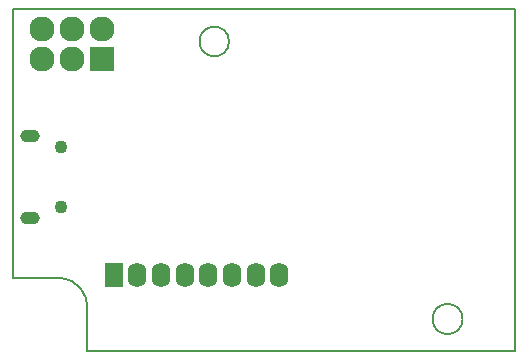
<source format=gbs>
G04 #@! TF.FileFunction,Soldermask,Bot*
%FSLAX46Y46*%
G04 Gerber Fmt 4.6, Leading zero omitted, Abs format (unit mm)*
G04 Created by KiCad (PCBNEW (2016-01-28 BZR 6518)-product) date Saturday, May 07, 2016 'PMt' 06:41:03 PM*
%MOMM*%
G01*
G04 APERTURE LIST*
%ADD10C,0.100000*%
%ADD11C,0.500000*%
%ADD12C,0.150000*%
%ADD13C,1.100000*%
%ADD14O,1.650000X1.100000*%
%ADD15R,2.127200X2.127200*%
%ADD16O,2.127200X2.127200*%
%ADD17R,1.598880X2.099260*%
%ADD18O,1.598880X2.099260*%
G04 APERTURE END LIST*
D10*
D11*
X100975000Y-67750000D02*
X101800000Y-67750000D01*
D12*
X101775000Y-60575000D02*
X101775000Y-60550000D01*
D11*
X100950000Y-60750000D02*
X101775000Y-60750000D01*
D12*
X101875000Y-60775000D02*
X101875000Y-60700000D01*
X100800000Y-60900000D02*
X100800000Y-60700000D01*
X101900000Y-60600000D02*
X101900000Y-60900000D01*
X142500000Y-79000000D02*
X106250000Y-79000000D01*
X100000000Y-50000000D02*
X142250000Y-50000000D01*
X142500000Y-50000000D02*
X100000000Y-50000000D01*
X142500000Y-50500000D02*
X142500000Y-50000000D01*
X138024755Y-76250000D02*
G75*
G03X138024755Y-76250000I-1274755J0D01*
G01*
X118250000Y-52750000D02*
G75*
G03X118250000Y-52750000I-1250000J0D01*
G01*
X100000000Y-72750000D02*
X100250000Y-72750000D01*
X100000000Y-50000000D02*
X100000000Y-72750000D01*
X106250000Y-75500000D02*
X106250000Y-79000000D01*
X100000000Y-72750000D02*
X102750000Y-72750000D01*
X104000000Y-72750000D02*
X100000000Y-72750000D01*
X106250000Y-75500000D02*
G75*
G03X104000000Y-72750000I-2500000J250000D01*
G01*
X100000000Y-50500000D02*
X100000000Y-50000000D01*
X142500000Y-79000000D02*
X142500000Y-50500000D01*
D13*
X104062540Y-61724100D03*
X104062540Y-66724100D03*
D14*
X101362540Y-60724100D03*
X101362540Y-67724100D03*
D15*
X107500000Y-54250000D03*
D16*
X107500000Y-51710000D03*
X104960000Y-54250000D03*
X104960000Y-51710000D03*
X102420000Y-54250000D03*
X102420000Y-51710000D03*
D17*
X108499760Y-72500000D03*
D18*
X110498740Y-72500000D03*
X112500260Y-72500000D03*
X114499240Y-72500000D03*
X116500760Y-72500000D03*
X118499740Y-72500000D03*
X120501260Y-72500000D03*
X122500240Y-72500000D03*
M02*

</source>
